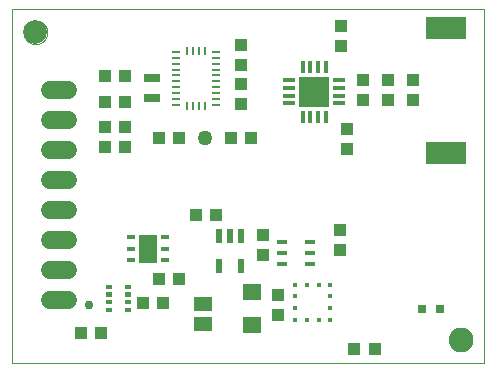
<source format=gts>
G75*
%MOIN*%
%OFA0B0*%
%FSLAX25Y25*%
%IPPOS*%
%LPD*%
%AMOC8*
5,1,8,0,0,1.08239X$1,22.5*
%
%ADD10C,0.00000*%
%ADD11C,0.07874*%
%ADD12R,0.03937X0.04331*%
%ADD13R,0.02800X0.01600*%
%ADD14R,0.05900X0.09400*%
%ADD15R,0.04331X0.03937*%
%ADD16R,0.03543X0.01200*%
%ADD17R,0.01575X0.01575*%
%ADD18R,0.10236X0.10236*%
%ADD19R,0.04331X0.01772*%
%ADD20R,0.01772X0.04331*%
%ADD21R,0.13780X0.07480*%
%ADD22R,0.02657X0.00984*%
%ADD23R,0.00984X0.02657*%
%ADD24R,0.05512X0.02756*%
%ADD25C,0.05000*%
%ADD26R,0.06299X0.05512*%
%ADD27R,0.05906X0.05118*%
%ADD28R,0.02165X0.04724*%
%ADD29C,0.00276*%
%ADD30C,0.03000*%
%ADD31C,0.06000*%
%ADD32R,0.03150X0.03150*%
D10*
X0001600Y0001600D02*
X0001600Y0119710D01*
X0159080Y0119710D01*
X0159080Y0001600D01*
X0001600Y0001600D01*
X0005537Y0111836D02*
X0005539Y0111961D01*
X0005545Y0112086D01*
X0005555Y0112210D01*
X0005569Y0112334D01*
X0005586Y0112458D01*
X0005608Y0112581D01*
X0005634Y0112703D01*
X0005663Y0112825D01*
X0005696Y0112945D01*
X0005734Y0113064D01*
X0005774Y0113183D01*
X0005819Y0113299D01*
X0005867Y0113414D01*
X0005919Y0113528D01*
X0005975Y0113640D01*
X0006034Y0113750D01*
X0006096Y0113858D01*
X0006162Y0113965D01*
X0006231Y0114069D01*
X0006304Y0114170D01*
X0006379Y0114270D01*
X0006458Y0114367D01*
X0006540Y0114461D01*
X0006625Y0114553D01*
X0006712Y0114642D01*
X0006803Y0114728D01*
X0006896Y0114811D01*
X0006992Y0114892D01*
X0007090Y0114969D01*
X0007190Y0115043D01*
X0007293Y0115114D01*
X0007398Y0115181D01*
X0007506Y0115246D01*
X0007615Y0115306D01*
X0007726Y0115364D01*
X0007839Y0115417D01*
X0007953Y0115467D01*
X0008069Y0115514D01*
X0008186Y0115556D01*
X0008305Y0115595D01*
X0008425Y0115631D01*
X0008546Y0115662D01*
X0008668Y0115690D01*
X0008790Y0115713D01*
X0008914Y0115733D01*
X0009038Y0115749D01*
X0009162Y0115761D01*
X0009287Y0115769D01*
X0009412Y0115773D01*
X0009536Y0115773D01*
X0009661Y0115769D01*
X0009786Y0115761D01*
X0009910Y0115749D01*
X0010034Y0115733D01*
X0010158Y0115713D01*
X0010280Y0115690D01*
X0010402Y0115662D01*
X0010523Y0115631D01*
X0010643Y0115595D01*
X0010762Y0115556D01*
X0010879Y0115514D01*
X0010995Y0115467D01*
X0011109Y0115417D01*
X0011222Y0115364D01*
X0011333Y0115306D01*
X0011443Y0115246D01*
X0011550Y0115181D01*
X0011655Y0115114D01*
X0011758Y0115043D01*
X0011858Y0114969D01*
X0011956Y0114892D01*
X0012052Y0114811D01*
X0012145Y0114728D01*
X0012236Y0114642D01*
X0012323Y0114553D01*
X0012408Y0114461D01*
X0012490Y0114367D01*
X0012569Y0114270D01*
X0012644Y0114170D01*
X0012717Y0114069D01*
X0012786Y0113965D01*
X0012852Y0113858D01*
X0012914Y0113750D01*
X0012973Y0113640D01*
X0013029Y0113528D01*
X0013081Y0113414D01*
X0013129Y0113299D01*
X0013174Y0113183D01*
X0013214Y0113064D01*
X0013252Y0112945D01*
X0013285Y0112825D01*
X0013314Y0112703D01*
X0013340Y0112581D01*
X0013362Y0112458D01*
X0013379Y0112334D01*
X0013393Y0112210D01*
X0013403Y0112086D01*
X0013409Y0111961D01*
X0013411Y0111836D01*
X0013409Y0111711D01*
X0013403Y0111586D01*
X0013393Y0111462D01*
X0013379Y0111338D01*
X0013362Y0111214D01*
X0013340Y0111091D01*
X0013314Y0110969D01*
X0013285Y0110847D01*
X0013252Y0110727D01*
X0013214Y0110608D01*
X0013174Y0110489D01*
X0013129Y0110373D01*
X0013081Y0110258D01*
X0013029Y0110144D01*
X0012973Y0110032D01*
X0012914Y0109922D01*
X0012852Y0109814D01*
X0012786Y0109707D01*
X0012717Y0109603D01*
X0012644Y0109502D01*
X0012569Y0109402D01*
X0012490Y0109305D01*
X0012408Y0109211D01*
X0012323Y0109119D01*
X0012236Y0109030D01*
X0012145Y0108944D01*
X0012052Y0108861D01*
X0011956Y0108780D01*
X0011858Y0108703D01*
X0011758Y0108629D01*
X0011655Y0108558D01*
X0011550Y0108491D01*
X0011442Y0108426D01*
X0011333Y0108366D01*
X0011222Y0108308D01*
X0011109Y0108255D01*
X0010995Y0108205D01*
X0010879Y0108158D01*
X0010762Y0108116D01*
X0010643Y0108077D01*
X0010523Y0108041D01*
X0010402Y0108010D01*
X0010280Y0107982D01*
X0010158Y0107959D01*
X0010034Y0107939D01*
X0009910Y0107923D01*
X0009786Y0107911D01*
X0009661Y0107903D01*
X0009536Y0107899D01*
X0009412Y0107899D01*
X0009287Y0107903D01*
X0009162Y0107911D01*
X0009038Y0107923D01*
X0008914Y0107939D01*
X0008790Y0107959D01*
X0008668Y0107982D01*
X0008546Y0108010D01*
X0008425Y0108041D01*
X0008305Y0108077D01*
X0008186Y0108116D01*
X0008069Y0108158D01*
X0007953Y0108205D01*
X0007839Y0108255D01*
X0007726Y0108308D01*
X0007615Y0108366D01*
X0007505Y0108426D01*
X0007398Y0108491D01*
X0007293Y0108558D01*
X0007190Y0108629D01*
X0007090Y0108703D01*
X0006992Y0108780D01*
X0006896Y0108861D01*
X0006803Y0108944D01*
X0006712Y0109030D01*
X0006625Y0109119D01*
X0006540Y0109211D01*
X0006458Y0109305D01*
X0006379Y0109402D01*
X0006304Y0109502D01*
X0006231Y0109603D01*
X0006162Y0109707D01*
X0006096Y0109814D01*
X0006034Y0109922D01*
X0005975Y0110032D01*
X0005919Y0110144D01*
X0005867Y0110258D01*
X0005819Y0110373D01*
X0005774Y0110489D01*
X0005734Y0110608D01*
X0005696Y0110727D01*
X0005663Y0110847D01*
X0005634Y0110969D01*
X0005608Y0111091D01*
X0005586Y0111214D01*
X0005569Y0111338D01*
X0005555Y0111462D01*
X0005545Y0111586D01*
X0005539Y0111711D01*
X0005537Y0111836D01*
X0147269Y0009474D02*
X0147271Y0009599D01*
X0147277Y0009724D01*
X0147287Y0009848D01*
X0147301Y0009972D01*
X0147318Y0010096D01*
X0147340Y0010219D01*
X0147366Y0010341D01*
X0147395Y0010463D01*
X0147428Y0010583D01*
X0147466Y0010702D01*
X0147506Y0010821D01*
X0147551Y0010937D01*
X0147599Y0011052D01*
X0147651Y0011166D01*
X0147707Y0011278D01*
X0147766Y0011388D01*
X0147828Y0011496D01*
X0147894Y0011603D01*
X0147963Y0011707D01*
X0148036Y0011808D01*
X0148111Y0011908D01*
X0148190Y0012005D01*
X0148272Y0012099D01*
X0148357Y0012191D01*
X0148444Y0012280D01*
X0148535Y0012366D01*
X0148628Y0012449D01*
X0148724Y0012530D01*
X0148822Y0012607D01*
X0148922Y0012681D01*
X0149025Y0012752D01*
X0149130Y0012819D01*
X0149238Y0012884D01*
X0149347Y0012944D01*
X0149458Y0013002D01*
X0149571Y0013055D01*
X0149685Y0013105D01*
X0149801Y0013152D01*
X0149918Y0013194D01*
X0150037Y0013233D01*
X0150157Y0013269D01*
X0150278Y0013300D01*
X0150400Y0013328D01*
X0150522Y0013351D01*
X0150646Y0013371D01*
X0150770Y0013387D01*
X0150894Y0013399D01*
X0151019Y0013407D01*
X0151144Y0013411D01*
X0151268Y0013411D01*
X0151393Y0013407D01*
X0151518Y0013399D01*
X0151642Y0013387D01*
X0151766Y0013371D01*
X0151890Y0013351D01*
X0152012Y0013328D01*
X0152134Y0013300D01*
X0152255Y0013269D01*
X0152375Y0013233D01*
X0152494Y0013194D01*
X0152611Y0013152D01*
X0152727Y0013105D01*
X0152841Y0013055D01*
X0152954Y0013002D01*
X0153065Y0012944D01*
X0153175Y0012884D01*
X0153282Y0012819D01*
X0153387Y0012752D01*
X0153490Y0012681D01*
X0153590Y0012607D01*
X0153688Y0012530D01*
X0153784Y0012449D01*
X0153877Y0012366D01*
X0153968Y0012280D01*
X0154055Y0012191D01*
X0154140Y0012099D01*
X0154222Y0012005D01*
X0154301Y0011908D01*
X0154376Y0011808D01*
X0154449Y0011707D01*
X0154518Y0011603D01*
X0154584Y0011496D01*
X0154646Y0011388D01*
X0154705Y0011278D01*
X0154761Y0011166D01*
X0154813Y0011052D01*
X0154861Y0010937D01*
X0154906Y0010821D01*
X0154946Y0010702D01*
X0154984Y0010583D01*
X0155017Y0010463D01*
X0155046Y0010341D01*
X0155072Y0010219D01*
X0155094Y0010096D01*
X0155111Y0009972D01*
X0155125Y0009848D01*
X0155135Y0009724D01*
X0155141Y0009599D01*
X0155143Y0009474D01*
X0155141Y0009349D01*
X0155135Y0009224D01*
X0155125Y0009100D01*
X0155111Y0008976D01*
X0155094Y0008852D01*
X0155072Y0008729D01*
X0155046Y0008607D01*
X0155017Y0008485D01*
X0154984Y0008365D01*
X0154946Y0008246D01*
X0154906Y0008127D01*
X0154861Y0008011D01*
X0154813Y0007896D01*
X0154761Y0007782D01*
X0154705Y0007670D01*
X0154646Y0007560D01*
X0154584Y0007452D01*
X0154518Y0007345D01*
X0154449Y0007241D01*
X0154376Y0007140D01*
X0154301Y0007040D01*
X0154222Y0006943D01*
X0154140Y0006849D01*
X0154055Y0006757D01*
X0153968Y0006668D01*
X0153877Y0006582D01*
X0153784Y0006499D01*
X0153688Y0006418D01*
X0153590Y0006341D01*
X0153490Y0006267D01*
X0153387Y0006196D01*
X0153282Y0006129D01*
X0153174Y0006064D01*
X0153065Y0006004D01*
X0152954Y0005946D01*
X0152841Y0005893D01*
X0152727Y0005843D01*
X0152611Y0005796D01*
X0152494Y0005754D01*
X0152375Y0005715D01*
X0152255Y0005679D01*
X0152134Y0005648D01*
X0152012Y0005620D01*
X0151890Y0005597D01*
X0151766Y0005577D01*
X0151642Y0005561D01*
X0151518Y0005549D01*
X0151393Y0005541D01*
X0151268Y0005537D01*
X0151144Y0005537D01*
X0151019Y0005541D01*
X0150894Y0005549D01*
X0150770Y0005561D01*
X0150646Y0005577D01*
X0150522Y0005597D01*
X0150400Y0005620D01*
X0150278Y0005648D01*
X0150157Y0005679D01*
X0150037Y0005715D01*
X0149918Y0005754D01*
X0149801Y0005796D01*
X0149685Y0005843D01*
X0149571Y0005893D01*
X0149458Y0005946D01*
X0149347Y0006004D01*
X0149237Y0006064D01*
X0149130Y0006129D01*
X0149025Y0006196D01*
X0148922Y0006267D01*
X0148822Y0006341D01*
X0148724Y0006418D01*
X0148628Y0006499D01*
X0148535Y0006582D01*
X0148444Y0006668D01*
X0148357Y0006757D01*
X0148272Y0006849D01*
X0148190Y0006943D01*
X0148111Y0007040D01*
X0148036Y0007140D01*
X0147963Y0007241D01*
X0147894Y0007345D01*
X0147828Y0007452D01*
X0147766Y0007560D01*
X0147707Y0007670D01*
X0147651Y0007782D01*
X0147599Y0007896D01*
X0147551Y0008011D01*
X0147506Y0008127D01*
X0147466Y0008246D01*
X0147428Y0008365D01*
X0147395Y0008485D01*
X0147366Y0008607D01*
X0147340Y0008729D01*
X0147318Y0008852D01*
X0147301Y0008976D01*
X0147287Y0009100D01*
X0147277Y0009224D01*
X0147271Y0009349D01*
X0147269Y0009474D01*
D11*
X0151206Y0009474D03*
X0009474Y0111836D03*
D12*
X0074528Y0076789D03*
X0081220Y0076789D03*
X0077874Y0087843D03*
X0077874Y0094535D03*
X0111474Y0107231D03*
X0111474Y0113924D03*
X0127074Y0095924D03*
X0135474Y0095924D03*
X0135474Y0089231D03*
X0127074Y0089231D03*
X0113348Y0079798D03*
X0113348Y0073106D03*
X0110874Y0045935D03*
X0110874Y0039243D03*
X0090174Y0024335D03*
X0090174Y0017643D03*
X0115813Y0006305D03*
X0122506Y0006305D03*
X0085274Y0037643D03*
X0085274Y0044335D03*
X0069820Y0050989D03*
X0063128Y0050989D03*
D13*
X0052674Y0043689D03*
X0052674Y0039789D03*
X0052674Y0035889D03*
X0041274Y0035889D03*
X0041274Y0039789D03*
X0041274Y0043689D03*
D14*
X0046974Y0039789D03*
D15*
X0050728Y0029789D03*
X0057420Y0029789D03*
X0052120Y0021589D03*
X0045428Y0021589D03*
X0031320Y0011789D03*
X0024628Y0011789D03*
X0032528Y0073789D03*
X0039220Y0073789D03*
X0039220Y0080389D03*
X0032528Y0080389D03*
X0032528Y0088789D03*
X0039220Y0088789D03*
X0039220Y0097189D03*
X0032528Y0097189D03*
X0050528Y0076789D03*
X0057220Y0076789D03*
X0077874Y0101043D03*
X0077874Y0107735D03*
X0118674Y0095924D03*
X0118674Y0089231D03*
D16*
X0101046Y0041935D03*
X0101046Y0038194D03*
X0101046Y0034651D03*
X0091597Y0034651D03*
X0091597Y0038194D03*
X0091597Y0041935D03*
D17*
X0095969Y0027794D03*
X0095969Y0023857D03*
X0095969Y0019920D03*
X0095969Y0015983D03*
X0099906Y0015983D03*
X0103843Y0015983D03*
X0107780Y0015983D03*
X0107780Y0019920D03*
X0107780Y0023857D03*
X0107780Y0027794D03*
X0103843Y0027794D03*
X0099906Y0027794D03*
D18*
X0102369Y0092011D03*
D19*
X0110636Y0090731D03*
X0110636Y0088172D03*
X0110636Y0093291D03*
X0110636Y0095850D03*
X0094101Y0095850D03*
X0094101Y0093291D03*
X0094101Y0090731D03*
X0094101Y0088172D03*
D20*
X0098530Y0083743D03*
X0101089Y0083743D03*
X0103648Y0083743D03*
X0106207Y0083743D03*
X0106207Y0100279D03*
X0103648Y0100279D03*
X0101089Y0100279D03*
X0098530Y0100279D03*
D21*
X0146471Y0113444D03*
X0146471Y0071712D03*
D22*
X0069538Y0087639D03*
X0069538Y0089608D03*
X0069538Y0091576D03*
X0069538Y0093545D03*
X0069538Y0095513D03*
X0069538Y0097482D03*
X0069538Y0099450D03*
X0069538Y0101419D03*
X0069538Y0103387D03*
X0069538Y0105356D03*
X0056437Y0105356D03*
X0056437Y0103387D03*
X0056437Y0101419D03*
X0056437Y0099450D03*
X0056437Y0097482D03*
X0056437Y0095513D03*
X0056437Y0093545D03*
X0056437Y0091576D03*
X0056437Y0089608D03*
X0056437Y0087639D03*
D23*
X0060030Y0087196D03*
X0061998Y0087196D03*
X0063967Y0087196D03*
X0065935Y0087196D03*
X0065935Y0105799D03*
X0063967Y0105799D03*
X0061998Y0105799D03*
X0060030Y0105799D03*
D24*
X0048417Y0096518D03*
X0048417Y0089825D03*
D25*
X0065874Y0076789D03*
D26*
X0081674Y0025301D03*
X0081674Y0014277D03*
D27*
X0065274Y0014543D03*
X0065274Y0021235D03*
D28*
X0070534Y0033870D03*
X0078014Y0033870D03*
X0078014Y0044107D03*
X0074274Y0044107D03*
X0070534Y0044107D03*
D29*
X0041070Y0027779D02*
X0039378Y0027779D01*
X0041070Y0027779D02*
X0041070Y0026677D01*
X0039378Y0026677D01*
X0039378Y0027779D01*
X0039378Y0026952D02*
X0041070Y0026952D01*
X0041070Y0027227D02*
X0039378Y0027227D01*
X0039378Y0027502D02*
X0041070Y0027502D01*
X0041070Y0027777D02*
X0039378Y0027777D01*
X0039378Y0025220D02*
X0041070Y0025220D01*
X0041070Y0024118D01*
X0039378Y0024118D01*
X0039378Y0025220D01*
X0039378Y0024393D02*
X0041070Y0024393D01*
X0041070Y0024668D02*
X0039378Y0024668D01*
X0039378Y0024943D02*
X0041070Y0024943D01*
X0041070Y0025218D02*
X0039378Y0025218D01*
X0039378Y0022660D02*
X0041070Y0022660D01*
X0041070Y0021558D01*
X0039378Y0021558D01*
X0039378Y0022660D01*
X0039378Y0021833D02*
X0041070Y0021833D01*
X0041070Y0022108D02*
X0039378Y0022108D01*
X0039378Y0022383D02*
X0041070Y0022383D01*
X0041070Y0022658D02*
X0039378Y0022658D01*
X0039378Y0020101D02*
X0041070Y0020101D01*
X0041070Y0018999D01*
X0039378Y0018999D01*
X0039378Y0020101D01*
X0039378Y0019274D02*
X0041070Y0019274D01*
X0041070Y0019549D02*
X0039378Y0019549D01*
X0039378Y0019824D02*
X0041070Y0019824D01*
X0041070Y0020099D02*
X0039378Y0020099D01*
X0034770Y0020101D02*
X0033078Y0020101D01*
X0034770Y0020101D02*
X0034770Y0018999D01*
X0033078Y0018999D01*
X0033078Y0020101D01*
X0033078Y0019274D02*
X0034770Y0019274D01*
X0034770Y0019549D02*
X0033078Y0019549D01*
X0033078Y0019824D02*
X0034770Y0019824D01*
X0034770Y0020099D02*
X0033078Y0020099D01*
X0033078Y0022660D02*
X0034770Y0022660D01*
X0034770Y0021558D01*
X0033078Y0021558D01*
X0033078Y0022660D01*
X0033078Y0021833D02*
X0034770Y0021833D01*
X0034770Y0022108D02*
X0033078Y0022108D01*
X0033078Y0022383D02*
X0034770Y0022383D01*
X0034770Y0022658D02*
X0033078Y0022658D01*
X0033078Y0025220D02*
X0034770Y0025220D01*
X0034770Y0024118D01*
X0033078Y0024118D01*
X0033078Y0025220D01*
X0033078Y0024393D02*
X0034770Y0024393D01*
X0034770Y0024668D02*
X0033078Y0024668D01*
X0033078Y0024943D02*
X0034770Y0024943D01*
X0034770Y0025218D02*
X0033078Y0025218D01*
X0033078Y0027779D02*
X0034770Y0027779D01*
X0034770Y0026677D01*
X0033078Y0026677D01*
X0033078Y0027779D01*
X0033078Y0026952D02*
X0034770Y0026952D01*
X0034770Y0027227D02*
X0033078Y0027227D01*
X0033078Y0027502D02*
X0034770Y0027502D01*
X0034770Y0027777D02*
X0033078Y0027777D01*
D30*
X0027474Y0020989D03*
D31*
X0020274Y0022589D02*
X0014274Y0022589D01*
X0014274Y0032589D02*
X0020274Y0032589D01*
X0020274Y0042589D02*
X0014274Y0042589D01*
X0014274Y0052589D02*
X0020274Y0052589D01*
X0020274Y0062589D02*
X0014274Y0062589D01*
X0014274Y0072589D02*
X0020274Y0072589D01*
X0020274Y0082589D02*
X0014274Y0082589D01*
X0014274Y0092589D02*
X0020274Y0092589D01*
D32*
X0138421Y0019789D03*
X0144327Y0019789D03*
M02*

</source>
